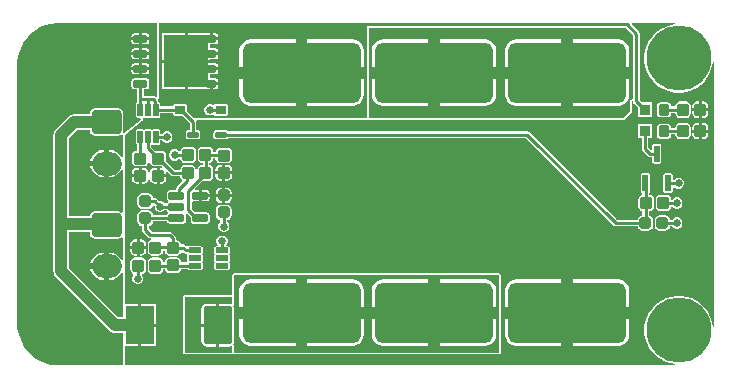
<source format=gbr>
%TF.GenerationSoftware,Altium Limited,Altium Designer,22.11.1 (43)*%
G04 Layer_Physical_Order=1*
G04 Layer_Color=255*
%FSLAX45Y45*%
%MOMM*%
%TF.SameCoordinates,F25CF00E-CD35-404E-9013-36C82019CF52*%
%TF.FilePolarity,Positive*%
%TF.FileFunction,Copper,L1,Top,Signal*%
%TF.Part,Single*%
G01*
G75*
%TA.AperFunction,SMDPad,CuDef*%
G04:AMPARAMS|DCode=10|XSize=0.75mm|YSize=0.9mm|CornerRadius=0.09375mm|HoleSize=0mm|Usage=FLASHONLY|Rotation=90.000|XOffset=0mm|YOffset=0mm|HoleType=Round|Shape=RoundedRectangle|*
%AMROUNDEDRECTD10*
21,1,0.75000,0.71250,0,0,90.0*
21,1,0.56250,0.90000,0,0,90.0*
1,1,0.18750,0.35625,0.28125*
1,1,0.18750,0.35625,-0.28125*
1,1,0.18750,-0.35625,-0.28125*
1,1,0.18750,-0.35625,0.28125*
%
%ADD10ROUNDEDRECTD10*%
G04:AMPARAMS|DCode=11|XSize=0.45mm|YSize=0.95mm|CornerRadius=0.05625mm|HoleSize=0mm|Usage=FLASHONLY|Rotation=270.000|XOffset=0mm|YOffset=0mm|HoleType=Round|Shape=RoundedRectangle|*
%AMROUNDEDRECTD11*
21,1,0.45000,0.83750,0,0,270.0*
21,1,0.33750,0.95000,0,0,270.0*
1,1,0.11250,-0.41875,-0.16875*
1,1,0.11250,-0.41875,0.16875*
1,1,0.11250,0.41875,0.16875*
1,1,0.11250,0.41875,-0.16875*
%
%ADD11ROUNDEDRECTD11*%
G04:AMPARAMS|DCode=12|XSize=5.1mm|YSize=10mm|CornerRadius=0.6375mm|HoleSize=0mm|Usage=FLASHONLY|Rotation=270.000|XOffset=0mm|YOffset=0mm|HoleType=Round|Shape=RoundedRectangle|*
%AMROUNDEDRECTD12*
21,1,5.10000,8.72500,0,0,270.0*
21,1,3.82500,10.00000,0,0,270.0*
1,1,1.27500,-4.36250,-1.91250*
1,1,1.27500,-4.36250,1.91250*
1,1,1.27500,4.36250,1.91250*
1,1,1.27500,4.36250,-1.91250*
%
%ADD12ROUNDEDRECTD12*%
G04:AMPARAMS|DCode=13|XSize=1.1mm|YSize=1mm|CornerRadius=0.25mm|HoleSize=0mm|Usage=FLASHONLY|Rotation=90.000|XOffset=0mm|YOffset=0mm|HoleType=Round|Shape=RoundedRectangle|*
%AMROUNDEDRECTD13*
21,1,1.10000,0.50000,0,0,90.0*
21,1,0.60000,1.00000,0,0,90.0*
1,1,0.50000,0.25000,0.30000*
1,1,0.50000,0.25000,-0.30000*
1,1,0.50000,-0.25000,-0.30000*
1,1,0.50000,-0.25000,0.30000*
%
%ADD13ROUNDEDRECTD13*%
G04:AMPARAMS|DCode=14|XSize=1.1mm|YSize=1mm|CornerRadius=0.25mm|HoleSize=0mm|Usage=FLASHONLY|Rotation=180.000|XOffset=0mm|YOffset=0mm|HoleType=Round|Shape=RoundedRectangle|*
%AMROUNDEDRECTD14*
21,1,1.10000,0.50000,0,0,180.0*
21,1,0.60000,1.00000,0,0,180.0*
1,1,0.50000,-0.30000,0.25000*
1,1,0.50000,0.30000,0.25000*
1,1,0.50000,0.30000,-0.25000*
1,1,0.50000,-0.30000,-0.25000*
%
%ADD14ROUNDEDRECTD14*%
G04:AMPARAMS|DCode=15|XSize=0.9mm|YSize=0.6mm|CornerRadius=0.075mm|HoleSize=0mm|Usage=FLASHONLY|Rotation=0.000|XOffset=0mm|YOffset=0mm|HoleType=Round|Shape=RoundedRectangle|*
%AMROUNDEDRECTD15*
21,1,0.90000,0.45000,0,0,0.0*
21,1,0.75000,0.60000,0,0,0.0*
1,1,0.15000,0.37500,-0.22500*
1,1,0.15000,-0.37500,-0.22500*
1,1,0.15000,-0.37500,0.22500*
1,1,0.15000,0.37500,0.22500*
%
%ADD15ROUNDEDRECTD15*%
%ADD16R,3.80000X4.40000*%
G04:AMPARAMS|DCode=17|XSize=1.2mm|YSize=0.6mm|CornerRadius=0.075mm|HoleSize=0mm|Usage=FLASHONLY|Rotation=0.000|XOffset=0mm|YOffset=0mm|HoleType=Round|Shape=RoundedRectangle|*
%AMROUNDEDRECTD17*
21,1,1.20000,0.45000,0,0,0.0*
21,1,1.05000,0.60000,0,0,0.0*
1,1,0.15000,0.52500,-0.22500*
1,1,0.15000,-0.52500,-0.22500*
1,1,0.15000,-0.52500,0.22500*
1,1,0.15000,0.52500,0.22500*
%
%ADD17ROUNDEDRECTD17*%
G04:AMPARAMS|DCode=18|XSize=3.3mm|YSize=2.45mm|CornerRadius=0.30625mm|HoleSize=0mm|Usage=FLASHONLY|Rotation=90.000|XOffset=0mm|YOffset=0mm|HoleType=Round|Shape=RoundedRectangle|*
%AMROUNDEDRECTD18*
21,1,3.30000,1.83750,0,0,90.0*
21,1,2.68750,2.45000,0,0,90.0*
1,1,0.61250,0.91875,1.34375*
1,1,0.61250,0.91875,-1.34375*
1,1,0.61250,-0.91875,-1.34375*
1,1,0.61250,-0.91875,1.34375*
%
%ADD18ROUNDEDRECTD18*%
%ADD19R,2.45000X3.30000*%
G04:AMPARAMS|DCode=20|XSize=0.95mm|YSize=0.9mm|CornerRadius=0.1125mm|HoleSize=0mm|Usage=FLASHONLY|Rotation=90.000|XOffset=0mm|YOffset=0mm|HoleType=Round|Shape=RoundedRectangle|*
%AMROUNDEDRECTD20*
21,1,0.95000,0.67500,0,0,90.0*
21,1,0.72500,0.90000,0,0,90.0*
1,1,0.22500,0.33750,0.36250*
1,1,0.22500,0.33750,-0.36250*
1,1,0.22500,-0.33750,-0.36250*
1,1,0.22500,-0.33750,0.36250*
%
%ADD20ROUNDEDRECTD20*%
%ADD21R,0.90000X0.95000*%
G04:AMPARAMS|DCode=22|XSize=1mm|YSize=1mm|CornerRadius=0.25mm|HoleSize=0mm|Usage=FLASHONLY|Rotation=0.000|XOffset=0mm|YOffset=0mm|HoleType=Round|Shape=RoundedRectangle|*
%AMROUNDEDRECTD22*
21,1,1.00000,0.50000,0,0,0.0*
21,1,0.50000,1.00000,0,0,0.0*
1,1,0.50000,0.25000,-0.25000*
1,1,0.50000,-0.25000,-0.25000*
1,1,0.50000,-0.25000,0.25000*
1,1,0.50000,0.25000,0.25000*
%
%ADD22ROUNDEDRECTD22*%
G04:AMPARAMS|DCode=23|XSize=1mm|YSize=1mm|CornerRadius=0.25mm|HoleSize=0mm|Usage=FLASHONLY|Rotation=90.000|XOffset=0mm|YOffset=0mm|HoleType=Round|Shape=RoundedRectangle|*
%AMROUNDEDRECTD23*
21,1,1.00000,0.50000,0,0,90.0*
21,1,0.50000,1.00000,0,0,90.0*
1,1,0.50000,0.25000,0.25000*
1,1,0.50000,0.25000,-0.25000*
1,1,0.50000,-0.25000,-0.25000*
1,1,0.50000,-0.25000,0.25000*
%
%ADD23ROUNDEDRECTD23*%
G04:AMPARAMS|DCode=24|XSize=0.45mm|YSize=1.05mm|CornerRadius=0.05625mm|HoleSize=0mm|Usage=FLASHONLY|Rotation=90.000|XOffset=0mm|YOffset=0mm|HoleType=Round|Shape=RoundedRectangle|*
%AMROUNDEDRECTD24*
21,1,0.45000,0.93750,0,0,90.0*
21,1,0.33750,1.05000,0,0,90.0*
1,1,0.11250,0.46875,0.16875*
1,1,0.11250,0.46875,-0.16875*
1,1,0.11250,-0.46875,-0.16875*
1,1,0.11250,-0.46875,0.16875*
%
%ADD24ROUNDEDRECTD24*%
G04:AMPARAMS|DCode=25|XSize=0.65mm|YSize=1.3mm|CornerRadius=0.08125mm|HoleSize=0mm|Usage=FLASHONLY|Rotation=90.000|XOffset=0mm|YOffset=0mm|HoleType=Round|Shape=RoundedRectangle|*
%AMROUNDEDRECTD25*
21,1,0.65000,1.13750,0,0,90.0*
21,1,0.48750,1.30000,0,0,90.0*
1,1,0.16250,0.56875,0.24375*
1,1,0.16250,0.56875,-0.24375*
1,1,0.16250,-0.56875,-0.24375*
1,1,0.16250,-0.56875,0.24375*
%
%ADD25ROUNDEDRECTD25*%
G04:AMPARAMS|DCode=26|XSize=0.5mm|YSize=1.4mm|CornerRadius=0.0625mm|HoleSize=0mm|Usage=FLASHONLY|Rotation=180.000|XOffset=0mm|YOffset=0mm|HoleType=Round|Shape=RoundedRectangle|*
%AMROUNDEDRECTD26*
21,1,0.50000,1.27500,0,0,180.0*
21,1,0.37500,1.40000,0,0,180.0*
1,1,0.12500,-0.18750,0.63750*
1,1,0.12500,0.18750,0.63750*
1,1,0.12500,0.18750,-0.63750*
1,1,0.12500,-0.18750,-0.63750*
%
%ADD26ROUNDEDRECTD26*%
G04:AMPARAMS|DCode=27|XSize=0.45mm|YSize=1.05mm|CornerRadius=0.05625mm|HoleSize=0mm|Usage=FLASHONLY|Rotation=180.000|XOffset=0mm|YOffset=0mm|HoleType=Round|Shape=RoundedRectangle|*
%AMROUNDEDRECTD27*
21,1,0.45000,0.93750,0,0,180.0*
21,1,0.33750,1.05000,0,0,180.0*
1,1,0.11250,-0.16875,0.46875*
1,1,0.11250,0.16875,0.46875*
1,1,0.11250,0.16875,-0.46875*
1,1,0.11250,-0.16875,-0.46875*
%
%ADD27ROUNDEDRECTD27*%
%TA.AperFunction,Conductor*%
%ADD28C,0.25000*%
%ADD29C,0.25400*%
%ADD30C,1.00000*%
%TA.AperFunction,ComponentPad*%
G04:AMPARAMS|DCode=31|XSize=2mm|YSize=2.5mm|CornerRadius=0.25mm|HoleSize=0mm|Usage=FLASHONLY|Rotation=270.000|XOffset=0mm|YOffset=0mm|HoleType=Round|Shape=RoundedRectangle|*
%AMROUNDEDRECTD31*
21,1,2.00000,2.00000,0,0,270.0*
21,1,1.50000,2.50000,0,0,270.0*
1,1,0.50000,-1.00000,-0.75000*
1,1,0.50000,-1.00000,0.75000*
1,1,0.50000,1.00000,0.75000*
1,1,0.50000,1.00000,-0.75000*
%
%ADD31ROUNDEDRECTD31*%
%ADD32O,2.50000X2.00000*%
%ADD33C,5.50000*%
%TA.AperFunction,ViaPad*%
%ADD34C,0.65000*%
%ADD35C,0.60000*%
G36*
X1234440Y2949022D02*
Y2324614D01*
X1225201Y2320787D01*
X1222382Y2323606D01*
X1213285Y2329684D01*
X1202555Y2331819D01*
X1120239D01*
Y2390419D01*
X1144700D01*
X1153479Y2392166D01*
X1160921Y2397139D01*
X1165894Y2404581D01*
X1167641Y2413360D01*
Y2458360D01*
X1165894Y2467139D01*
X1160921Y2474581D01*
X1153479Y2479554D01*
X1144700Y2481301D01*
X1039700D01*
X1030921Y2479554D01*
X1023479Y2474581D01*
X1018506Y2467139D01*
X1016759Y2458360D01*
Y2413360D01*
X1018506Y2404581D01*
X1023479Y2397139D01*
X1030921Y2392166D01*
X1039700Y2390419D01*
X1064161D01*
Y2279101D01*
X1060455Y2276625D01*
X1055897Y2269802D01*
X1054296Y2261755D01*
Y2168005D01*
X1055897Y2159958D01*
X1060455Y2153135D01*
X1067278Y2148577D01*
X1075325Y2146976D01*
X1092052D01*
X1098660Y2139558D01*
X1097299Y2131873D01*
X952502Y2017415D01*
X943550Y2023085D01*
X945964Y2035220D01*
Y2185220D01*
X942859Y2200827D01*
X934018Y2214059D01*
X920787Y2222899D01*
X905180Y2226004D01*
X705180D01*
X689573Y2222899D01*
X676342Y2214059D01*
X667501Y2200827D01*
X664396Y2185220D01*
Y2175781D01*
X527800D01*
X510832Y2173547D01*
X495020Y2166997D01*
X481442Y2156579D01*
X375282Y2050418D01*
X364863Y2036840D01*
X358313Y2021028D01*
X356079Y2004060D01*
Y1254760D01*
Y848360D01*
X358313Y831392D01*
X364863Y815580D01*
X375282Y802002D01*
X832481Y344802D01*
X846060Y334383D01*
X861872Y327833D01*
X878840Y325599D01*
X942340D01*
Y211160D01*
Y60979D01*
X932340Y50979D01*
X400000D01*
X377124D01*
X331762Y56950D01*
X287571Y68791D01*
X245301Y86301D01*
X205677Y109177D01*
X169380Y137029D01*
X137029Y169380D01*
X109177Y205677D01*
X86300Y245301D01*
X68792Y287570D01*
X56950Y331762D01*
X50979Y377124D01*
X50978Y400000D01*
X50979Y2600000D01*
Y2622876D01*
X56950Y2668237D01*
X68791Y2712429D01*
X86301Y2754699D01*
X109177Y2794323D01*
X137029Y2830620D01*
X169380Y2862971D01*
X205677Y2890823D01*
X245301Y2913699D01*
X287570Y2931208D01*
X331762Y2943049D01*
X377124Y2949021D01*
X400000Y2949022D01*
X1234440D01*
D02*
G37*
G36*
X5600000Y2949021D02*
X5620211D01*
X5620997Y2939021D01*
X5582091Y2932859D01*
X5538679Y2918753D01*
X5498007Y2898030D01*
X5461078Y2871199D01*
X5428800Y2838922D01*
X5401970Y2801993D01*
X5381247Y2761321D01*
X5367141Y2717908D01*
X5360000Y2672823D01*
Y2627177D01*
X5367141Y2582092D01*
X5381247Y2538679D01*
X5401970Y2498007D01*
X5428800Y2461078D01*
X5461078Y2428801D01*
X5498007Y2401970D01*
X5538679Y2381247D01*
X5582091Y2367141D01*
X5627176Y2360000D01*
X5672823D01*
X5717908Y2367141D01*
X5761321Y2381247D01*
X5801993Y2401970D01*
X5838922Y2428801D01*
X5871199Y2461078D01*
X5898030Y2498007D01*
X5918753Y2538679D01*
X5932859Y2582092D01*
X5939021Y2621000D01*
X5949021Y2620212D01*
X5949022Y2599999D01*
X5949021Y400000D01*
Y379788D01*
X5939021Y379001D01*
X5932859Y417908D01*
X5918753Y461321D01*
X5898030Y501993D01*
X5871199Y538922D01*
X5838922Y571200D01*
X5801993Y598030D01*
X5761321Y618753D01*
X5717908Y632859D01*
X5672823Y640000D01*
X5627176D01*
X5582091Y632859D01*
X5538679Y618753D01*
X5498007Y598030D01*
X5461078Y571200D01*
X5428800Y538922D01*
X5401970Y501993D01*
X5381247Y461321D01*
X5367141Y417908D01*
X5360000Y372823D01*
Y327177D01*
X5367141Y282092D01*
X5381247Y238679D01*
X5401970Y198007D01*
X5428800Y161078D01*
X5461078Y128801D01*
X5498007Y101970D01*
X5538679Y81247D01*
X5582091Y67141D01*
X5620999Y60979D01*
X5620212Y50979D01*
X1888037D01*
Y50978D01*
X963050Y50978D01*
X958576Y60979D01*
Y211160D01*
X1074620D01*
Y391160D01*
Y571160D01*
X958576D01*
Y833657D01*
X957580Y836061D01*
Y942979D01*
X958576Y945383D01*
Y1130136D01*
X958012Y1131498D01*
X958333Y1132937D01*
X957580Y1134121D01*
Y1344919D01*
X958333Y1346103D01*
X958012Y1347542D01*
X958576Y1348904D01*
Y1704357D01*
X957580Y1706761D01*
Y1813679D01*
X958576Y1816083D01*
Y2000836D01*
X962570Y2004677D01*
X1107367Y2119136D01*
X1110180Y2124174D01*
X1113286Y2129041D01*
X1114648Y2136725D01*
X1114430Y2137713D01*
X1114870Y2138623D01*
X1116915Y2147660D01*
X1125897Y2152067D01*
X1132278Y2148576D01*
X1140325Y2146976D01*
X1174075D01*
X1182122Y2148577D01*
X1189700Y2152722D01*
X1197278Y2148576D01*
X1205325Y2146976D01*
X1239075D01*
X1247122Y2148577D01*
X1253945Y2153135D01*
X1258503Y2159958D01*
X1260104Y2168005D01*
Y2186841D01*
X1367003D01*
Y2186755D01*
X1368894Y2177244D01*
X1374282Y2169182D01*
X1382344Y2163794D01*
X1391855Y2161902D01*
X1448305D01*
X1509881Y2100326D01*
Y2041964D01*
X1496045D01*
X1487998Y2040363D01*
X1481175Y2035805D01*
X1476617Y2028982D01*
X1475016Y2020935D01*
Y1987185D01*
X1476617Y1979138D01*
X1481175Y1972315D01*
X1487998Y1967757D01*
X1496045Y1966156D01*
X1579795D01*
X1587842Y1967757D01*
X1594665Y1972315D01*
X1599223Y1979138D01*
X1600824Y1987185D01*
Y2020935D01*
X1599223Y2028982D01*
X1594665Y2035805D01*
X1587842Y2040363D01*
X1579795Y2041964D01*
X1565959D01*
Y2111940D01*
X1564343Y2120064D01*
X1569995Y2130064D01*
X5183302D01*
X5252720Y2199483D01*
Y2286936D01*
X5262576Y2287281D01*
X5262577Y2287280D01*
X5264727Y2276472D01*
X5270849Y2267309D01*
X5303220Y2234938D01*
Y2152380D01*
X5423220D01*
Y2277380D01*
X5340661D01*
X5319063Y2298979D01*
Y2860040D01*
X5316913Y2870848D01*
X5310791Y2880011D01*
X5310790Y2880011D01*
X5252720Y2938081D01*
Y2949021D01*
X5600000D01*
D02*
G37*
G36*
X5262577Y2848342D02*
Y2303901D01*
X5262009Y2303507D01*
X5252153Y2303163D01*
X5246738Y2300695D01*
X5241239Y2298417D01*
X5241123Y2298136D01*
X5240845Y2298009D01*
X5238761Y2292434D01*
X5236484Y2286936D01*
Y2206208D01*
X5176576Y2146300D01*
X3026136D01*
Y2230120D01*
Y2909058D01*
X5201860D01*
X5262577Y2848342D01*
D02*
G37*
G36*
X3009900Y2909058D02*
Y2230120D01*
Y2146300D01*
X1543213D01*
X1487957Y2201555D01*
Y2243005D01*
X1486066Y2252516D01*
X1480678Y2260578D01*
X1472616Y2265966D01*
X1463105Y2267858D01*
X1391855D01*
X1382344Y2265966D01*
X1374282Y2260578D01*
X1368894Y2252516D01*
X1367003Y2243005D01*
Y2242919D01*
X1260104D01*
Y2261755D01*
X1258503Y2269802D01*
X1253945Y2276625D01*
X1247122Y2281183D01*
X1245239Y2281558D01*
Y2289135D01*
X1243104Y2299865D01*
X1241238Y2302658D01*
X1245921Y2313133D01*
X1247157Y2316117D01*
X1249440Y2318400D01*
Y2321630D01*
X1250676Y2324614D01*
Y2948940D01*
X3009900D01*
Y2909058D01*
D02*
G37*
G36*
X664396Y2035220D02*
X667501Y2019613D01*
X676342Y2006382D01*
X689573Y1997541D01*
X705180Y1994436D01*
X905180D01*
X920787Y1997541D01*
X932340Y2005260D01*
X938545Y2003365D01*
X942340Y2000836D01*
Y1816083D01*
X932105Y1814661D01*
X930632Y1818216D01*
X912199Y1842239D01*
X888176Y1860672D01*
X860201Y1872260D01*
X830180Y1876212D01*
D01*
Y1760220D01*
Y1644228D01*
X860201Y1648180D01*
X888176Y1659768D01*
X912199Y1678201D01*
X930632Y1702224D01*
X932105Y1705779D01*
X942340Y1704357D01*
Y1348904D01*
X939069Y1346608D01*
X933879Y1345139D01*
X931349Y1345142D01*
X920787Y1352199D01*
X905180Y1355304D01*
X705180D01*
X689573Y1352199D01*
X676342Y1343359D01*
X667501Y1330127D01*
X664603Y1315561D01*
X487201D01*
Y1976904D01*
X554956Y2044659D01*
X664396D01*
Y2035220D01*
D02*
G37*
G36*
Y1164520D02*
X667501Y1148913D01*
X676342Y1135681D01*
X689573Y1126841D01*
X705180Y1123736D01*
X905180D01*
X920787Y1126841D01*
X931349Y1133898D01*
X933879Y1133901D01*
X939069Y1132432D01*
X942340Y1130136D01*
Y945383D01*
X932105Y943961D01*
X930632Y947516D01*
X912199Y971539D01*
X888176Y989972D01*
X860201Y1001560D01*
X830180Y1005512D01*
X830180D01*
Y889520D01*
Y773528D01*
X830180D01*
X860201Y777480D01*
X888176Y789068D01*
X912199Y807501D01*
X930632Y831524D01*
X932105Y835079D01*
X942340Y833657D01*
Y571160D01*
Y456721D01*
X905996D01*
X487201Y875516D01*
Y1184439D01*
X664396D01*
Y1164520D01*
D02*
G37*
%LPC*%
G36*
X1144700Y2862300D02*
X1104700D01*
Y2829360D01*
X1167641D01*
Y2839360D01*
X1165894Y2848139D01*
X1160921Y2855581D01*
X1153479Y2860554D01*
X1144700Y2862300D01*
D02*
G37*
G36*
X1079700D02*
X1039700D01*
X1030921Y2860554D01*
X1023479Y2855581D01*
X1018506Y2848139D01*
X1016759Y2839360D01*
Y2829360D01*
X1079700D01*
Y2862300D01*
D02*
G37*
G36*
X1167641Y2804360D02*
X1104700D01*
Y2771419D01*
X1144700D01*
X1153479Y2773165D01*
X1160921Y2778138D01*
X1165894Y2785581D01*
X1167641Y2794360D01*
Y2804360D01*
D02*
G37*
G36*
X1079700D02*
X1016759D01*
Y2794360D01*
X1018506Y2785581D01*
X1023479Y2778138D01*
X1030921Y2773165D01*
X1039700Y2771419D01*
X1079700D01*
Y2804360D01*
D02*
G37*
G36*
X1144700Y2735301D02*
X1104700D01*
Y2702360D01*
X1167641D01*
Y2712360D01*
X1165894Y2721139D01*
X1160921Y2728581D01*
X1153479Y2733554D01*
X1144700Y2735301D01*
D02*
G37*
G36*
X1079700D02*
X1039700D01*
X1030921Y2733554D01*
X1023479Y2728581D01*
X1018506Y2721139D01*
X1016759Y2712360D01*
Y2702360D01*
X1079700D01*
Y2735301D01*
D02*
G37*
G36*
X1167641Y2677360D02*
X1104700D01*
Y2644419D01*
X1144700D01*
X1153479Y2646166D01*
X1160921Y2651139D01*
X1165894Y2658581D01*
X1167641Y2667360D01*
Y2677360D01*
D02*
G37*
G36*
X1079700D02*
X1016759D01*
Y2667360D01*
X1018506Y2658581D01*
X1023479Y2651139D01*
X1030921Y2646166D01*
X1039700Y2644419D01*
X1079700D01*
Y2677360D01*
D02*
G37*
G36*
X1144700Y2608301D02*
X1104700D01*
Y2575360D01*
X1167641D01*
Y2585360D01*
X1165894Y2594139D01*
X1160921Y2601581D01*
X1153479Y2606554D01*
X1144700Y2608301D01*
D02*
G37*
G36*
X1079700D02*
X1039700D01*
X1030921Y2606554D01*
X1023479Y2601581D01*
X1018506Y2594139D01*
X1016759Y2585360D01*
Y2575360D01*
X1079700D01*
Y2608301D01*
D02*
G37*
G36*
X1167641Y2550360D02*
X1104700D01*
Y2517419D01*
X1144700D01*
X1153479Y2519166D01*
X1160921Y2524139D01*
X1165894Y2531581D01*
X1167641Y2540360D01*
Y2550360D01*
D02*
G37*
G36*
X1079700D02*
X1016759D01*
Y2540360D01*
X1018506Y2531581D01*
X1023479Y2524139D01*
X1030921Y2519166D01*
X1039700Y2517419D01*
X1079700D01*
Y2550360D01*
D02*
G37*
G36*
X5711980Y2285663D02*
X5661980D01*
X5646373Y2282559D01*
X5633142Y2273718D01*
X5624301Y2260487D01*
X5621197Y2244880D01*
Y2242919D01*
X5583734D01*
Y2251130D01*
X5581697Y2261372D01*
X5575895Y2270055D01*
X5567212Y2275857D01*
X5556970Y2277894D01*
X5489470D01*
X5479228Y2275857D01*
X5470545Y2270055D01*
X5464743Y2261372D01*
X5462706Y2251130D01*
Y2178630D01*
X5464743Y2168388D01*
X5470545Y2159705D01*
X5479228Y2153903D01*
X5489470Y2151866D01*
X5556970D01*
X5567212Y2153903D01*
X5575895Y2159705D01*
X5581697Y2168388D01*
X5583734Y2178630D01*
Y2186841D01*
X5621197D01*
Y2184880D01*
X5624301Y2169273D01*
X5633142Y2156042D01*
X5646373Y2147201D01*
X5661980Y2144097D01*
X5711980D01*
X5727587Y2147201D01*
X5740818Y2156042D01*
X5749659Y2169273D01*
X5752763Y2184880D01*
Y2244880D01*
X5749659Y2260487D01*
X5740818Y2273718D01*
X5727587Y2282559D01*
X5711980Y2285663D01*
D02*
G37*
G36*
X5856980D02*
X5844480D01*
Y2227380D01*
X5897763D01*
Y2244880D01*
X5894659Y2260487D01*
X5885818Y2273718D01*
X5872587Y2282559D01*
X5856980Y2285663D01*
D02*
G37*
G36*
X5819480D02*
X5806980D01*
X5791373Y2282559D01*
X5778142Y2273718D01*
X5769301Y2260487D01*
X5766196Y2244880D01*
Y2227380D01*
X5819480D01*
Y2285663D01*
D02*
G37*
G36*
X5897763Y2202380D02*
X5844480D01*
Y2144097D01*
X5856980D01*
X5872587Y2147201D01*
X5885818Y2156042D01*
X5894659Y2169273D01*
X5897763Y2184880D01*
Y2202380D01*
D02*
G37*
G36*
X5819480D02*
X5766196D01*
Y2184880D01*
X5769301Y2169273D01*
X5778142Y2156042D01*
X5791373Y2147201D01*
X5806980Y2144097D01*
X5819480D01*
Y2202380D01*
D02*
G37*
G36*
X5711980Y2105323D02*
X5661980D01*
X5646373Y2102219D01*
X5633142Y2093378D01*
X5624301Y2080147D01*
X5621197Y2064540D01*
Y2062579D01*
X5584994D01*
Y2070790D01*
X5582957Y2081032D01*
X5577155Y2089715D01*
X5568472Y2095517D01*
X5558230Y2097554D01*
X5490730D01*
X5480488Y2095517D01*
X5471805Y2089715D01*
X5466003Y2081032D01*
X5463966Y2070790D01*
Y1998290D01*
X5466003Y1988048D01*
X5471805Y1979365D01*
X5480488Y1973563D01*
X5490730Y1971526D01*
X5558230D01*
X5568472Y1973563D01*
X5577155Y1979365D01*
X5582957Y1988048D01*
X5584994Y1998290D01*
Y2006501D01*
X5621197D01*
Y2004540D01*
X5624301Y1988933D01*
X5633142Y1975702D01*
X5646373Y1966861D01*
X5661980Y1963757D01*
X5711980D01*
X5727587Y1966861D01*
X5740818Y1975702D01*
X5749659Y1988933D01*
X5752763Y2004540D01*
Y2064540D01*
X5749659Y2080147D01*
X5740818Y2093378D01*
X5727587Y2102219D01*
X5711980Y2105323D01*
D02*
G37*
G36*
X5856980D02*
X5844480D01*
Y2047040D01*
X5897763D01*
Y2064540D01*
X5894659Y2080147D01*
X5885818Y2093378D01*
X5872587Y2102219D01*
X5856980Y2105323D01*
D02*
G37*
G36*
X5819480D02*
X5806980D01*
X5791373Y2102219D01*
X5778142Y2093378D01*
X5769301Y2080147D01*
X5766196Y2064540D01*
Y2047040D01*
X5819480D01*
Y2105323D01*
D02*
G37*
G36*
X1239075Y2052784D02*
X1205325D01*
X1197278Y2051183D01*
X1189700Y2047038D01*
X1182122Y2051184D01*
X1174075Y2052784D01*
X1140325D01*
X1132278Y2051183D01*
X1124700Y2047038D01*
X1117122Y2051184D01*
X1109075Y2052784D01*
X1075325D01*
X1067278Y2051183D01*
X1060455Y2046625D01*
X1055897Y2039802D01*
X1054296Y2031755D01*
Y1938005D01*
X1055897Y1929958D01*
X1060455Y1923135D01*
X1064161Y1920659D01*
Y1866723D01*
X1062200D01*
X1046593Y1863619D01*
X1033362Y1854778D01*
X1024521Y1841547D01*
X1021417Y1825940D01*
Y1775940D01*
X1024521Y1760333D01*
X1033362Y1747102D01*
X1046593Y1738261D01*
X1062200Y1735157D01*
X1122200D01*
X1137807Y1738261D01*
X1151038Y1747102D01*
X1159879Y1760333D01*
X1162032Y1771157D01*
X1172228D01*
X1174381Y1760333D01*
X1183222Y1747102D01*
X1196453Y1738261D01*
X1212060Y1735157D01*
X1272060D01*
X1272103Y1735165D01*
X1275622Y1731211D01*
X1273307Y1725046D01*
X1270678Y1721724D01*
X1254560D01*
Y1668440D01*
X1312843D01*
Y1680940D01*
X1312118Y1684587D01*
X1321334Y1689514D01*
X1351734Y1659114D01*
X1360830Y1653036D01*
X1371560Y1650901D01*
X1430137D01*
Y1648940D01*
X1433241Y1633333D01*
X1442082Y1620102D01*
X1445388Y1617893D01*
X1446368Y1607941D01*
X1402049Y1563621D01*
X1395971Y1554525D01*
X1393836Y1543795D01*
Y1536393D01*
X1340785D01*
X1331762Y1534598D01*
X1324113Y1529487D01*
X1319002Y1521838D01*
X1317207Y1512815D01*
Y1464065D01*
X1319002Y1455042D01*
X1324113Y1447393D01*
X1324770Y1446953D01*
Y1434927D01*
X1324113Y1434487D01*
X1319002Y1426838D01*
X1318037Y1421989D01*
X1299487D01*
X1286747Y1434729D01*
X1269288Y1441960D01*
X1251992D01*
X1235066Y1458886D01*
X1225970Y1464964D01*
X1215240Y1467098D01*
X1198516D01*
X1195519Y1482167D01*
X1186678Y1495398D01*
X1173447Y1504239D01*
X1157840Y1507343D01*
X1107840D01*
X1092233Y1504239D01*
X1079002Y1495398D01*
X1070161Y1482167D01*
X1067057Y1466560D01*
Y1416560D01*
X1070161Y1400953D01*
X1079002Y1387722D01*
X1092233Y1378881D01*
X1107840Y1375777D01*
X1157840D01*
X1173447Y1378881D01*
X1186678Y1387722D01*
X1195519Y1400953D01*
X1195891Y1402823D01*
X1205452Y1405803D01*
X1212340Y1400028D01*
Y1385012D01*
X1219571Y1367553D01*
X1232933Y1354191D01*
X1250392Y1346960D01*
X1269288D01*
X1286747Y1354191D01*
X1298467Y1365911D01*
X1317834D01*
X1319002Y1360042D01*
X1324113Y1352393D01*
X1324770Y1351953D01*
Y1339927D01*
X1324113Y1339488D01*
X1319002Y1331838D01*
X1317936Y1326479D01*
X1197645D01*
X1195519Y1337167D01*
X1186678Y1350398D01*
X1173447Y1359239D01*
X1157840Y1362343D01*
X1107840D01*
X1092233Y1359239D01*
X1079002Y1350398D01*
X1070161Y1337167D01*
X1067057Y1321560D01*
Y1271560D01*
X1070161Y1255953D01*
X1079002Y1242722D01*
X1092233Y1233881D01*
X1104801Y1231381D01*
Y1198880D01*
X1106936Y1188150D01*
X1113014Y1179054D01*
X1156194Y1135874D01*
X1165290Y1129796D01*
X1176020Y1127661D01*
X1181826D01*
X1182811Y1117661D01*
X1177973Y1116699D01*
X1164742Y1107858D01*
X1155901Y1094627D01*
X1152797Y1079020D01*
Y1019020D01*
X1155901Y1003413D01*
X1164742Y990182D01*
X1177973Y981341D01*
X1193580Y978237D01*
X1243580D01*
X1259187Y981341D01*
X1272418Y990182D01*
X1281259Y1003413D01*
X1284363Y1019020D01*
Y1021011D01*
X1297577D01*
Y1019080D01*
X1300681Y1003473D01*
X1309522Y990242D01*
X1322753Y981401D01*
X1338360Y978296D01*
X1398360D01*
X1413967Y981401D01*
X1427198Y990242D01*
X1436039Y1003473D01*
X1437043Y1008522D01*
X1447894Y1011814D01*
X1454414Y1005294D01*
X1463510Y999216D01*
X1474240Y997082D01*
X1482794D01*
X1488017Y987310D01*
X1486776Y985042D01*
X1485176Y976995D01*
Y943245D01*
X1486777Y935198D01*
X1488486Y932639D01*
X1483291Y922639D01*
X1439143D01*
Y924080D01*
X1436039Y939687D01*
X1427198Y952918D01*
X1413967Y961759D01*
X1398360Y964863D01*
X1338360D01*
X1322753Y961759D01*
X1309522Y952918D01*
X1300681Y939687D01*
X1297577Y924080D01*
Y922119D01*
X1284363D01*
Y924080D01*
X1281259Y939687D01*
X1272418Y952918D01*
X1259187Y961759D01*
X1243580Y964863D01*
X1193580D01*
X1177973Y961759D01*
X1164742Y952918D01*
X1155901Y939687D01*
X1152797Y924080D01*
Y864080D01*
X1155901Y848473D01*
X1164742Y835242D01*
X1177973Y826401D01*
X1193580Y823297D01*
X1243580D01*
X1259187Y826401D01*
X1272418Y835242D01*
X1281259Y848473D01*
X1284363Y864080D01*
Y866041D01*
X1299175D01*
X1300681Y858473D01*
X1309522Y845242D01*
X1322753Y836401D01*
X1338360Y833297D01*
X1398360D01*
X1413967Y836401D01*
X1427198Y845242D01*
X1436039Y858473D01*
X1437648Y866562D01*
X1489206D01*
X1491335Y863375D01*
X1498158Y858817D01*
X1506205Y857216D01*
X1599955D01*
X1608002Y858817D01*
X1614825Y863375D01*
X1619383Y870198D01*
X1620984Y878245D01*
Y911995D01*
X1619383Y920042D01*
X1614825Y926865D01*
Y928376D01*
X1619383Y935198D01*
X1620984Y943245D01*
Y976995D01*
X1619383Y985042D01*
X1615238Y992620D01*
X1619384Y1000198D01*
X1620984Y1008245D01*
Y1041995D01*
X1619383Y1050042D01*
X1614825Y1056865D01*
X1608002Y1061423D01*
X1599955Y1063024D01*
X1506205D01*
X1498158Y1061423D01*
X1491335Y1056865D01*
X1480503Y1058509D01*
X1470166Y1068846D01*
X1461070Y1074924D01*
X1450340Y1077059D01*
X1437556D01*
X1436039Y1084687D01*
X1427198Y1097918D01*
X1413967Y1106759D01*
X1398360Y1109863D01*
X1396399D01*
Y1128460D01*
X1394264Y1139190D01*
X1388186Y1148286D01*
X1360946Y1175526D01*
X1351850Y1181604D01*
X1341120Y1183739D01*
X1187634D01*
X1160879Y1210494D01*
Y1231381D01*
X1173447Y1233881D01*
X1186678Y1242722D01*
X1195519Y1255953D01*
X1198393Y1270402D01*
X1317936D01*
X1319002Y1265042D01*
X1324113Y1257393D01*
X1331762Y1252282D01*
X1340785Y1250487D01*
X1454535D01*
X1463558Y1252282D01*
X1471207Y1257393D01*
X1476318Y1265042D01*
X1478113Y1274065D01*
Y1322815D01*
X1476318Y1331838D01*
X1472997Y1336808D01*
X1480765Y1343182D01*
X1517207Y1306741D01*
Y1274065D01*
X1519002Y1265042D01*
X1524113Y1257393D01*
X1531762Y1252282D01*
X1540785Y1250487D01*
X1654535D01*
X1663558Y1252282D01*
X1671207Y1257393D01*
X1676318Y1265042D01*
X1678113Y1274065D01*
Y1322815D01*
X1676318Y1331838D01*
X1671207Y1339488D01*
X1663558Y1344599D01*
X1654535Y1346393D01*
X1556859D01*
X1526639Y1376614D01*
Y1434594D01*
X1536639Y1441312D01*
X1540785Y1440487D01*
X1585160D01*
Y1488440D01*
Y1536393D01*
X1558591D01*
X1554765Y1545632D01*
X1617289Y1608157D01*
X1665920D01*
X1681527Y1611261D01*
X1694758Y1620102D01*
X1703599Y1633333D01*
X1706703Y1648940D01*
Y1708940D01*
X1703599Y1724547D01*
X1694758Y1737778D01*
X1681527Y1746619D01*
X1674609Y1747995D01*
Y1762026D01*
X1682827Y1763661D01*
X1696058Y1772502D01*
X1704899Y1785733D01*
X1708003Y1801340D01*
Y1803331D01*
X1727537D01*
Y1801400D01*
X1730641Y1785793D01*
X1739482Y1772562D01*
X1752713Y1763721D01*
X1768320Y1760616D01*
X1828320D01*
X1843927Y1763721D01*
X1857158Y1772562D01*
X1865999Y1785793D01*
X1869103Y1801400D01*
Y1851400D01*
X1865999Y1867007D01*
X1857158Y1880238D01*
X1843927Y1889079D01*
X1828320Y1892183D01*
X1768320D01*
X1752713Y1889079D01*
X1739482Y1880238D01*
X1730641Y1867007D01*
X1729130Y1859409D01*
X1708003D01*
Y1861340D01*
X1704899Y1876947D01*
X1696058Y1890178D01*
X1682827Y1899019D01*
X1667220Y1902123D01*
X1617220D01*
X1601613Y1899019D01*
X1588382Y1890178D01*
X1579541Y1876947D01*
X1576437Y1861340D01*
Y1801340D01*
X1579541Y1785733D01*
X1588382Y1772502D01*
X1601613Y1763661D01*
X1617220Y1760557D01*
X1618531D01*
Y1749723D01*
X1615920D01*
X1600313Y1746619D01*
X1587082Y1737778D01*
X1578241Y1724547D01*
X1575137Y1708940D01*
Y1648940D01*
X1575145Y1648897D01*
X1571191Y1645378D01*
X1565026Y1647693D01*
X1561704Y1650322D01*
Y1708940D01*
X1558599Y1724547D01*
X1549758Y1737778D01*
X1536527Y1746619D01*
X1520920Y1749723D01*
X1470920D01*
X1455313Y1746619D01*
X1442082Y1737778D01*
X1433241Y1724547D01*
X1430137Y1708940D01*
Y1706979D01*
X1383174D01*
X1312843Y1777309D01*
Y1825940D01*
X1309739Y1841547D01*
X1300898Y1854778D01*
X1287667Y1863619D01*
X1272060Y1866723D01*
X1218429D01*
X1185239Y1899914D01*
Y1914594D01*
X1195010Y1919817D01*
X1197278Y1918576D01*
X1205325Y1916976D01*
X1239075D01*
X1247122Y1918577D01*
X1253945Y1923135D01*
X1258503Y1929958D01*
X1260104Y1938005D01*
Y1955701D01*
X1276583D01*
X1288813Y1943471D01*
X1306272Y1936240D01*
X1325168D01*
X1342627Y1943471D01*
X1355989Y1956833D01*
X1363220Y1974292D01*
Y1993188D01*
X1355989Y2010647D01*
X1342627Y2024009D01*
X1325168Y2031240D01*
X1306272D01*
X1288813Y2024009D01*
X1276583Y2011779D01*
X1260104D01*
Y2031755D01*
X1258503Y2039802D01*
X1253945Y2046625D01*
X1247122Y2051183D01*
X1239075Y2052784D01*
D02*
G37*
G36*
X5897763Y2022040D02*
X5844480D01*
Y1963757D01*
X5856980D01*
X5872587Y1966861D01*
X5885818Y1975702D01*
X5894659Y1988933D01*
X5897763Y2004540D01*
Y2022040D01*
D02*
G37*
G36*
X5819480D02*
X5766196D01*
Y2004540D01*
X5769301Y1988933D01*
X5778142Y1975702D01*
X5791373Y1966861D01*
X5806980Y1963757D01*
X5819480D01*
Y2022040D01*
D02*
G37*
G36*
X1522220Y1902123D02*
X1472220D01*
X1456613Y1899019D01*
X1443382Y1890178D01*
X1434541Y1876947D01*
X1431437Y1861340D01*
Y1859379D01*
X1420897D01*
X1408667Y1871609D01*
X1391208Y1878840D01*
X1372312D01*
X1354853Y1871609D01*
X1341491Y1858247D01*
X1334260Y1840788D01*
Y1821892D01*
X1341491Y1804433D01*
X1354853Y1791071D01*
X1372312Y1783840D01*
X1391208D01*
X1408667Y1791071D01*
X1420897Y1803301D01*
X1431437D01*
Y1801340D01*
X1434541Y1785733D01*
X1443382Y1772502D01*
X1456613Y1763661D01*
X1472220Y1760557D01*
X1522220D01*
X1537827Y1763661D01*
X1551058Y1772502D01*
X1559899Y1785733D01*
X1563003Y1801340D01*
Y1861340D01*
X1559899Y1876947D01*
X1551058Y1890178D01*
X1537827Y1899019D01*
X1522220Y1902123D01*
D02*
G37*
G36*
X5424480Y2097040D02*
X5304480D01*
Y1972040D01*
X5336237D01*
Y1884681D01*
X5336237Y1884680D01*
X5338387Y1873872D01*
X5344509Y1864709D01*
X5385149Y1824070D01*
X5385149Y1824069D01*
X5394312Y1817947D01*
X5405120Y1815797D01*
X5423124D01*
Y1780290D01*
X5424773Y1771999D01*
X5429470Y1764970D01*
X5436499Y1760273D01*
X5444790Y1758624D01*
X5482290D01*
X5490581Y1760273D01*
X5497610Y1764970D01*
X5502307Y1771999D01*
X5503956Y1780290D01*
Y1907790D01*
X5502307Y1916081D01*
X5497610Y1923110D01*
X5490581Y1927807D01*
X5482290Y1929456D01*
X5444790D01*
X5436499Y1927807D01*
X5429470Y1923110D01*
X5424773Y1916081D01*
X5423124Y1907790D01*
Y1880120D01*
X5413124Y1875978D01*
X5392723Y1896379D01*
Y1972040D01*
X5424480D01*
Y2097040D01*
D02*
G37*
G36*
X1828320Y1747183D02*
X1810820D01*
Y1693900D01*
X1869103D01*
Y1706400D01*
X1865999Y1722007D01*
X1857158Y1735238D01*
X1843927Y1744079D01*
X1828320Y1747183D01*
D02*
G37*
G36*
X1785820D02*
X1768320D01*
X1752713Y1744079D01*
X1739482Y1735238D01*
X1730641Y1722007D01*
X1727537Y1706400D01*
Y1693900D01*
X1785820D01*
Y1747183D01*
D02*
G37*
G36*
X1229560Y1721724D02*
X1212060D01*
X1196453Y1718619D01*
X1183222Y1709778D01*
X1174381Y1696547D01*
X1172228Y1685723D01*
X1162032D01*
X1159879Y1696547D01*
X1151038Y1709778D01*
X1137807Y1718619D01*
X1122200Y1721724D01*
X1104700D01*
Y1655940D01*
Y1590157D01*
X1122200D01*
X1137807Y1593261D01*
X1151038Y1602102D01*
X1159879Y1615333D01*
X1162032Y1626157D01*
X1172228D01*
X1174381Y1615333D01*
X1183222Y1602102D01*
X1196453Y1593261D01*
X1212060Y1590157D01*
X1229560D01*
Y1655940D01*
Y1721724D01*
D02*
G37*
G36*
X1079700D02*
X1062200D01*
X1046593Y1718619D01*
X1033362Y1709778D01*
X1024521Y1696547D01*
X1021417Y1680940D01*
Y1668440D01*
X1079700D01*
Y1721724D01*
D02*
G37*
G36*
X1869103Y1668900D02*
X1810820D01*
Y1615617D01*
X1828320D01*
X1843927Y1618721D01*
X1857158Y1627562D01*
X1865999Y1640793D01*
X1869103Y1656400D01*
Y1668900D01*
D02*
G37*
G36*
X1785820D02*
X1727537D01*
Y1656400D01*
X1730641Y1640793D01*
X1739482Y1627562D01*
X1752713Y1618721D01*
X1768320Y1615617D01*
X1785820D01*
Y1668900D01*
D02*
G37*
G36*
X1312843Y1643440D02*
X1254560D01*
Y1590157D01*
X1272060D01*
X1287667Y1593261D01*
X1300898Y1602102D01*
X1309739Y1615333D01*
X1312843Y1630940D01*
Y1643440D01*
D02*
G37*
G36*
X1079700D02*
X1021417D01*
Y1630940D01*
X1024521Y1615333D01*
X1033362Y1602102D01*
X1046593Y1593261D01*
X1062200Y1590157D01*
X1079700D01*
Y1643440D01*
D02*
G37*
G36*
X5577290Y1679456D02*
X5539790D01*
X5531499Y1677807D01*
X5524470Y1673110D01*
X5519773Y1666081D01*
X5518124Y1657790D01*
Y1530290D01*
X5519773Y1521999D01*
X5524470Y1514970D01*
X5531499Y1510273D01*
X5539790Y1508624D01*
X5577290D01*
X5585581Y1510273D01*
X5592610Y1514970D01*
X5597307Y1521999D01*
X5598956Y1530290D01*
Y1565033D01*
X5608956Y1565408D01*
X5622053Y1552311D01*
X5639512Y1545080D01*
X5658408D01*
X5675867Y1552311D01*
X5689229Y1565673D01*
X5696460Y1583132D01*
Y1602028D01*
X5689229Y1619487D01*
X5675867Y1632849D01*
X5658408Y1640080D01*
X5639512D01*
X5622053Y1632849D01*
X5611283Y1622079D01*
X5598956D01*
Y1657790D01*
X5597307Y1666081D01*
X5592610Y1673110D01*
X5585581Y1677807D01*
X5577290Y1679456D01*
D02*
G37*
G36*
X1823320Y1556723D02*
X1810820D01*
Y1503440D01*
X1864103D01*
Y1515940D01*
X1860999Y1531547D01*
X1852158Y1544778D01*
X1838927Y1553619D01*
X1823320Y1556723D01*
D02*
G37*
G36*
X1785820D02*
X1773320D01*
X1757713Y1553619D01*
X1744482Y1544778D01*
X1735641Y1531547D01*
X1732537Y1515940D01*
Y1503440D01*
X1785820D01*
Y1556723D01*
D02*
G37*
G36*
X1654535Y1536393D02*
X1610160D01*
Y1500940D01*
X1678113D01*
Y1512815D01*
X1676318Y1521838D01*
X1671207Y1529487D01*
X1663558Y1534598D01*
X1654535Y1536393D01*
D02*
G37*
G36*
X1678113Y1475940D02*
X1610160D01*
Y1440487D01*
X1654535D01*
X1663558Y1442282D01*
X1671207Y1447393D01*
X1676318Y1455042D01*
X1678113Y1464065D01*
Y1475940D01*
D02*
G37*
G36*
X1864103Y1478440D02*
X1810820D01*
Y1425156D01*
X1823320D01*
X1838927Y1428261D01*
X1852158Y1437102D01*
X1860999Y1450333D01*
X1864103Y1465940D01*
Y1478440D01*
D02*
G37*
G36*
X1785820D02*
X1732537D01*
Y1465940D01*
X1735641Y1450333D01*
X1744482Y1437102D01*
X1757713Y1428261D01*
X1773320Y1425156D01*
X1785820D01*
Y1478440D01*
D02*
G37*
G36*
X5544560Y1495723D02*
X5494560D01*
X5478953Y1492619D01*
X5465722Y1483778D01*
X5456881Y1470547D01*
X5453776Y1454940D01*
Y1394940D01*
X5456881Y1379333D01*
X5465722Y1366102D01*
X5478953Y1357261D01*
X5494560Y1354157D01*
X5544560D01*
X5560167Y1357261D01*
X5573398Y1366102D01*
X5582239Y1379333D01*
X5585343Y1394940D01*
Y1395066D01*
X5595343Y1396141D01*
X5606813Y1384671D01*
X5624272Y1377440D01*
X5643168D01*
X5660627Y1384671D01*
X5673989Y1398033D01*
X5681220Y1415492D01*
Y1434388D01*
X5673989Y1451847D01*
X5660627Y1465209D01*
X5643168Y1472440D01*
X5624272D01*
X5606813Y1465209D01*
X5595343Y1453739D01*
X5585343Y1454814D01*
Y1454940D01*
X5582239Y1470547D01*
X5573398Y1483778D01*
X5560167Y1492619D01*
X5544560Y1495723D01*
D02*
G37*
G36*
X5537060Y1323083D02*
X5487060D01*
X5471453Y1319979D01*
X5458222Y1311138D01*
X5449381Y1297907D01*
X5446277Y1282300D01*
Y1232300D01*
X5449381Y1216693D01*
X5458222Y1203462D01*
X5471453Y1194621D01*
X5487060Y1191517D01*
X5537060D01*
X5552667Y1194621D01*
X5565898Y1203462D01*
X5574739Y1216693D01*
X5577239Y1229261D01*
X5594583D01*
X5606813Y1217031D01*
X5624272Y1209800D01*
X5643168D01*
X5660627Y1217031D01*
X5673989Y1230393D01*
X5681220Y1247852D01*
Y1266748D01*
X5673989Y1284207D01*
X5660627Y1297569D01*
X5643168Y1304800D01*
X5624272D01*
X5606813Y1297569D01*
X5594583Y1285339D01*
X5577239D01*
X5574739Y1297907D01*
X5565898Y1311138D01*
X5552667Y1319979D01*
X5537060Y1323083D01*
D02*
G37*
G36*
X1814795Y2041964D02*
X1731045D01*
X1722998Y2040363D01*
X1716175Y2035805D01*
X1711617Y2028982D01*
X1710016Y2020935D01*
Y1987185D01*
X1711617Y1979138D01*
X1716175Y1972315D01*
X1722998Y1967757D01*
X1731045Y1966156D01*
X1814795D01*
X1822842Y1967757D01*
X1829665Y1972315D01*
X1832141Y1976022D01*
X4357186D01*
X5095734Y1237474D01*
X5104830Y1231395D01*
X5115560Y1229261D01*
X5115561Y1229261D01*
X5301881D01*
X5304381Y1216693D01*
X5313222Y1203462D01*
X5326453Y1194621D01*
X5342060Y1191517D01*
X5392060D01*
X5407667Y1194621D01*
X5420898Y1203462D01*
X5429739Y1216693D01*
X5432844Y1232300D01*
Y1282300D01*
X5429739Y1297907D01*
X5420898Y1311138D01*
X5407667Y1319979D01*
X5397599Y1321982D01*
Y1354157D01*
X5399560D01*
X5415167Y1357261D01*
X5428398Y1366102D01*
X5437239Y1379333D01*
X5440343Y1394940D01*
Y1454940D01*
X5437239Y1470547D01*
X5428398Y1483778D01*
X5415167Y1492619D01*
X5399560Y1495723D01*
X5397089D01*
Y1511280D01*
X5402610Y1514970D01*
X5407307Y1521999D01*
X5408956Y1530290D01*
Y1657790D01*
X5407307Y1666081D01*
X5402610Y1673110D01*
X5395581Y1677807D01*
X5387290Y1679456D01*
X5349790D01*
X5341499Y1677807D01*
X5334470Y1673110D01*
X5329773Y1666081D01*
X5328124Y1657790D01*
Y1530290D01*
X5329773Y1521999D01*
X5334470Y1514970D01*
X5341011Y1510599D01*
Y1494023D01*
X5333953Y1492619D01*
X5320722Y1483778D01*
X5311881Y1470547D01*
X5308777Y1454940D01*
Y1394940D01*
X5311881Y1379333D01*
X5320722Y1366102D01*
X5333953Y1357261D01*
X5341521Y1355755D01*
Y1322976D01*
X5326453Y1319979D01*
X5313222Y1311138D01*
X5304381Y1297907D01*
X5301881Y1285339D01*
X5127174D01*
X4388626Y2023886D01*
X4379529Y2029964D01*
X4368799Y2032099D01*
X1832141D01*
X1829665Y2035805D01*
X1822842Y2040363D01*
X1814795Y2041964D01*
D02*
G37*
G36*
X1823320Y1411723D02*
X1773320D01*
X1757713Y1408619D01*
X1744482Y1399778D01*
X1735641Y1386547D01*
X1732537Y1370940D01*
Y1320940D01*
X1735641Y1305333D01*
X1744482Y1292102D01*
X1757713Y1283261D01*
X1770281Y1280761D01*
Y1265957D01*
X1758051Y1253727D01*
X1750820Y1236268D01*
Y1217372D01*
X1758051Y1199913D01*
X1771413Y1186551D01*
X1788872Y1179320D01*
X1807768D01*
X1825227Y1186551D01*
X1838589Y1199913D01*
X1845820Y1217372D01*
Y1236268D01*
X1838589Y1253727D01*
X1826359Y1265957D01*
Y1280761D01*
X1838927Y1283261D01*
X1852158Y1292102D01*
X1860999Y1305333D01*
X1864103Y1320940D01*
Y1370940D01*
X1860999Y1386547D01*
X1852158Y1399778D01*
X1838927Y1408619D01*
X1823320Y1411723D01*
D02*
G37*
G36*
X1098580Y1119803D02*
X1086080D01*
Y1061520D01*
X1139363D01*
Y1079020D01*
X1136259Y1094627D01*
X1127418Y1107858D01*
X1114187Y1116699D01*
X1098580Y1119803D01*
D02*
G37*
G36*
X1061080D02*
X1048580D01*
X1032973Y1116699D01*
X1019742Y1107858D01*
X1010901Y1094627D01*
X1007797Y1079020D01*
Y1061520D01*
X1061080D01*
Y1119803D01*
D02*
G37*
G36*
X1139363Y1036520D02*
X1086080D01*
Y978237D01*
X1098580D01*
X1114187Y981341D01*
X1127418Y990182D01*
X1136259Y1003413D01*
X1139363Y1019020D01*
Y1036520D01*
D02*
G37*
G36*
X1061080D02*
X1007797D01*
Y1019020D01*
X1010901Y1003413D01*
X1019742Y990182D01*
X1032973Y981341D01*
X1048580Y978237D01*
X1061080D01*
Y1036520D01*
D02*
G37*
G36*
X1792528Y1149860D02*
X1773632D01*
X1756173Y1142629D01*
X1742811Y1129267D01*
X1735580Y1111808D01*
Y1092912D01*
X1742811Y1075453D01*
X1745241Y1073024D01*
X1741098Y1063024D01*
X1736205D01*
X1728158Y1061423D01*
X1721335Y1056865D01*
X1716777Y1050042D01*
X1715176Y1041995D01*
Y1008245D01*
X1716777Y1000198D01*
X1720922Y992620D01*
X1716776Y985042D01*
X1715176Y976995D01*
Y943245D01*
X1716777Y935198D01*
X1721335Y928376D01*
Y926865D01*
X1716777Y920042D01*
X1715176Y911995D01*
Y878245D01*
X1716777Y870198D01*
X1721335Y863375D01*
X1728158Y858817D01*
X1736205Y857216D01*
X1829955D01*
X1838002Y858817D01*
X1844825Y863375D01*
X1849383Y870198D01*
X1850984Y878245D01*
Y911995D01*
X1849383Y920042D01*
X1844825Y926865D01*
Y928376D01*
X1849383Y935198D01*
X1850984Y943245D01*
Y976995D01*
X1849383Y985042D01*
X1845238Y992620D01*
X1849384Y1000198D01*
X1850984Y1008245D01*
Y1041995D01*
X1849383Y1050042D01*
X1844825Y1056865D01*
X1838002Y1061423D01*
X1829955Y1063024D01*
X1825062D01*
X1820919Y1073024D01*
X1823349Y1075453D01*
X1830580Y1092912D01*
Y1111808D01*
X1823349Y1129267D01*
X1809987Y1142629D01*
X1792528Y1149860D01*
D02*
G37*
G36*
X1098580Y964863D02*
X1048580D01*
X1032973Y961759D01*
X1019742Y952918D01*
X1010901Y939687D01*
X1007797Y924080D01*
Y864080D01*
X1010901Y848473D01*
X1019742Y835242D01*
X1030929Y827767D01*
X1033271Y819558D01*
X1033421Y816116D01*
X1029071Y811767D01*
X1021840Y794308D01*
Y775412D01*
X1029071Y757953D01*
X1042433Y744591D01*
X1059892Y737360D01*
X1078788D01*
X1096247Y744591D01*
X1109609Y757953D01*
X1116840Y775412D01*
Y794308D01*
X1109609Y811767D01*
X1106666Y814709D01*
X1109958Y825560D01*
X1114187Y826401D01*
X1127418Y835242D01*
X1136259Y848473D01*
X1139363Y864080D01*
Y924080D01*
X1136259Y939687D01*
X1127418Y952918D01*
X1114187Y961759D01*
X1098580Y964863D01*
D02*
G37*
G36*
X5142870Y778606D02*
X4756620D01*
Y547840D01*
X5232386D01*
Y689090D01*
X5229335Y712258D01*
X5220393Y733848D01*
X5206167Y752387D01*
X5187628Y766613D01*
X5166038Y775555D01*
X5142870Y778606D01*
D02*
G37*
G36*
X4656620D02*
X4270370D01*
X4247202Y775555D01*
X4225612Y766613D01*
X4207073Y752387D01*
X4192847Y733848D01*
X4183905Y712258D01*
X4180854Y689090D01*
Y547840D01*
X4656620D01*
Y778606D01*
D02*
G37*
G36*
X1224620Y571160D02*
X1099620D01*
Y403660D01*
X1224620D01*
Y571160D01*
D02*
G37*
G36*
X5232386Y447840D02*
X4756620D01*
Y217074D01*
X5142870D01*
X5166038Y220125D01*
X5187628Y229067D01*
X5206167Y243293D01*
X5220393Y261832D01*
X5229335Y283422D01*
X5232386Y306590D01*
Y447840D01*
D02*
G37*
G36*
X4656620D02*
X4180854D01*
Y306590D01*
X4183905Y283422D01*
X4192847Y261832D01*
X4207073Y243293D01*
X4225612Y229067D01*
X4247202Y220125D01*
X4270370Y217074D01*
X4656620D01*
Y447840D01*
D02*
G37*
G36*
X1224620Y378660D02*
X1099620D01*
Y211160D01*
X1224620D01*
Y378660D01*
D02*
G37*
G36*
X4127500Y831576D02*
X1891266D01*
X1888282Y830340D01*
X1885052Y830340D01*
X1882771Y829395D01*
D01*
X1882769Y829394D01*
X1880486Y827111D01*
X1879786Y826821D01*
X1879496Y826120D01*
X1877257Y823882D01*
X1876557Y823591D01*
X1876267Y822891D01*
X1873984Y820608D01*
X1873038Y818325D01*
X1873037Y815095D01*
X1871801Y812111D01*
Y649385D01*
X1870464Y646156D01*
X1468120D01*
X1456639Y641401D01*
X1451884Y629920D01*
Y160020D01*
X1456639Y148539D01*
X1468120Y143784D01*
X1871801D01*
X1879087Y146802D01*
X1880673Y146004D01*
X1880850Y146080D01*
X1881493Y145733D01*
X1885492Y145323D01*
X1889206Y143784D01*
X4127500D01*
X4138981Y148539D01*
X4143736Y160020D01*
Y815340D01*
X4138981Y826821D01*
X4127500Y831576D01*
D02*
G37*
%LPD*%
G36*
X1871801Y570781D02*
X1870742Y569714D01*
X1867388Y567667D01*
X1859043Y567279D01*
X1857197Y568513D01*
X1839395Y572054D01*
X1760020D01*
Y391160D01*
Y210266D01*
X1839395D01*
X1857197Y213807D01*
X1859043Y215041D01*
X1867384Y214655D01*
X1870743Y212605D01*
X1871801Y211539D01*
Y160020D01*
X1468120D01*
Y629920D01*
X1871801D01*
Y570781D01*
D02*
G37*
G36*
X4127500Y160020D02*
X1889206D01*
X1888037Y160651D01*
Y211539D01*
X1886384Y215530D01*
X1886524Y216423D01*
X1885352Y218030D01*
X1883323Y222978D01*
X1882265Y224044D01*
X1879950Y231355D01*
X1880744Y236545D01*
X1882373Y238983D01*
X1885914Y256785D01*
Y525535D01*
X1882373Y543337D01*
X1880744Y545775D01*
X1879950Y550964D01*
X1882262Y558274D01*
X1883322Y559341D01*
X1885353Y564293D01*
X1886523Y565897D01*
X1886383Y566787D01*
X1888037Y570781D01*
Y629920D01*
X1884675Y638038D01*
X1888037Y646156D01*
Y812111D01*
X1888983Y814394D01*
X1891266Y815340D01*
X4127500D01*
Y160020D01*
D02*
G37*
%LPC*%
G36*
X1735020Y572054D02*
X1655645D01*
X1637843Y568513D01*
X1622751Y558429D01*
X1612667Y543337D01*
X1609126Y525535D01*
Y403660D01*
X1735020D01*
Y572054D01*
D02*
G37*
G36*
Y378660D02*
X1609126D01*
Y256785D01*
X1612667Y238983D01*
X1622751Y223891D01*
X1637843Y213807D01*
X1655645Y210266D01*
X1735020D01*
Y378660D01*
D02*
G37*
G36*
X4015110Y778606D02*
X3628860D01*
Y547840D01*
X4104626D01*
Y689090D01*
X4101575Y712258D01*
X4092633Y733848D01*
X4078407Y752387D01*
X4059868Y766613D01*
X4038278Y775555D01*
X4015110Y778606D01*
D02*
G37*
G36*
X2892430D02*
X2506180D01*
Y547840D01*
X2981946D01*
Y689090D01*
X2978895Y712258D01*
X2969953Y733848D01*
X2955727Y752387D01*
X2937188Y766613D01*
X2915598Y775555D01*
X2892430Y778606D01*
D02*
G37*
G36*
X2406180D02*
X2019930D01*
X1996762Y775555D01*
X1975172Y766613D01*
X1956633Y752387D01*
X1942407Y733848D01*
X1933465Y712258D01*
X1930414Y689090D01*
Y547840D01*
X2406180D01*
Y778606D01*
D02*
G37*
G36*
X3528860D02*
X3142610D01*
X3119442Y775555D01*
X3097852Y766613D01*
X3079313Y752387D01*
X3065087Y733848D01*
X3056145Y712258D01*
X3053094Y689090D01*
Y547840D01*
X3528860D01*
Y778606D01*
D02*
G37*
G36*
X4104626Y447840D02*
X3628860D01*
Y217074D01*
X4015110D01*
X4038278Y220125D01*
X4059868Y229067D01*
X4078407Y243293D01*
X4092633Y261832D01*
X4101575Y283422D01*
X4104626Y306590D01*
Y447840D01*
D02*
G37*
G36*
X3528860D02*
X3053094D01*
Y306590D01*
X3056145Y283422D01*
X3065087Y261832D01*
X3079313Y243293D01*
X3097852Y229067D01*
X3119442Y220125D01*
X3142610Y217074D01*
X3528860D01*
Y447840D01*
D02*
G37*
G36*
X2981946D02*
X2506180D01*
Y217074D01*
X2892430D01*
X2915598Y220125D01*
X2937188Y229067D01*
X2955727Y243293D01*
X2969953Y261832D01*
X2978895Y283422D01*
X2981946Y306590D01*
Y447840D01*
D02*
G37*
G36*
X2406180D02*
X1930414D01*
Y306590D01*
X1933465Y283422D01*
X1942407Y261832D01*
X1956633Y243293D01*
X1975172Y229067D01*
X1996762Y220125D01*
X2019930Y217074D01*
X2406180D01*
Y447840D01*
D02*
G37*
G36*
X4015110Y2810606D02*
X3628860D01*
Y2579840D01*
X4104626D01*
Y2721090D01*
X4101575Y2744258D01*
X4092633Y2765848D01*
X4078407Y2784387D01*
X4059868Y2798613D01*
X4038278Y2807555D01*
X4015110Y2810606D01*
D02*
G37*
G36*
X5142870D02*
X4756620D01*
Y2579840D01*
X5232386D01*
Y2721090D01*
X5229335Y2744258D01*
X5220393Y2765848D01*
X5206167Y2784387D01*
X5187628Y2798613D01*
X5166038Y2807555D01*
X5142870Y2810606D01*
D02*
G37*
G36*
X4656620D02*
X4270370D01*
X4247202Y2807555D01*
X4225612Y2798613D01*
X4207073Y2784387D01*
X4192847Y2765848D01*
X4183905Y2744258D01*
X4180854Y2721090D01*
Y2579840D01*
X4656620D01*
Y2810606D01*
D02*
G37*
G36*
X3528860D02*
X3142610D01*
X3119442Y2807555D01*
X3097852Y2798613D01*
X3079313Y2784387D01*
X3065087Y2765848D01*
X3056145Y2744258D01*
X3053094Y2721090D01*
Y2579840D01*
X3528860D01*
Y2810606D01*
D02*
G37*
G36*
X5232386Y2479840D02*
X4756620D01*
Y2249074D01*
X5142870D01*
X5166038Y2252125D01*
X5187628Y2261067D01*
X5206167Y2275293D01*
X5220393Y2293832D01*
X5229335Y2315422D01*
X5232386Y2338590D01*
Y2479840D01*
D02*
G37*
G36*
X4656620D02*
X4180854D01*
Y2338590D01*
X4183905Y2315422D01*
X4192847Y2293832D01*
X4207073Y2275293D01*
X4225612Y2261067D01*
X4247202Y2252125D01*
X4270370Y2249074D01*
X4656620D01*
Y2479840D01*
D02*
G37*
G36*
X4104626D02*
X3628860D01*
Y2249074D01*
X4015110D01*
X4038278Y2252125D01*
X4059868Y2261067D01*
X4078407Y2275293D01*
X4092633Y2293832D01*
X4101575Y2315422D01*
X4104626Y2338590D01*
Y2479840D01*
D02*
G37*
G36*
X3528860D02*
X3053094D01*
Y2338590D01*
X3056145Y2315422D01*
X3065087Y2293832D01*
X3079313Y2275293D01*
X3097852Y2261067D01*
X3119442Y2252125D01*
X3142610Y2249074D01*
X3528860D01*
Y2479840D01*
D02*
G37*
G36*
X1729700Y2862300D02*
X1704700D01*
Y2829360D01*
X1752641D01*
Y2839360D01*
X1750894Y2848139D01*
X1745921Y2855581D01*
X1738479Y2860554D01*
X1729700Y2862300D01*
D02*
G37*
G36*
X1679700D02*
X1654700D01*
X1649971Y2861360D01*
X1491060D01*
Y2638860D01*
X1683560D01*
Y2644419D01*
X1729700D01*
X1738479Y2646165D01*
X1745921Y2651138D01*
X1750894Y2658581D01*
X1752641Y2667360D01*
Y2677360D01*
X1692200D01*
Y2702360D01*
X1752641D01*
Y2712360D01*
X1750894Y2721139D01*
X1745921Y2728581D01*
X1738479Y2733554D01*
X1729700Y2735300D01*
X1683560D01*
Y2771419D01*
X1729700D01*
X1738479Y2773165D01*
X1745921Y2778138D01*
X1750894Y2785581D01*
X1752641Y2794360D01*
Y2804360D01*
X1692200D01*
Y2816860D01*
X1679700D01*
Y2862300D01*
D02*
G37*
G36*
X1466060Y2861360D02*
X1273560D01*
Y2638860D01*
X1466060D01*
Y2861360D01*
D02*
G37*
G36*
X2892430Y2810606D02*
X2506180D01*
Y2579840D01*
X2981946D01*
Y2721090D01*
X2978895Y2744258D01*
X2969953Y2765848D01*
X2955727Y2784387D01*
X2937188Y2798613D01*
X2915598Y2807555D01*
X2892430Y2810606D01*
D02*
G37*
G36*
X2406180D02*
X2019930D01*
X1996762Y2807555D01*
X1975172Y2798613D01*
X1956633Y2784387D01*
X1942407Y2765848D01*
X1933465Y2744258D01*
X1930414Y2721090D01*
Y2579840D01*
X2406180D01*
Y2810606D01*
D02*
G37*
G36*
X1466060Y2613860D02*
X1273560D01*
Y2391360D01*
X1466060D01*
Y2613860D01*
D02*
G37*
G36*
X1752641Y2423360D02*
X1704700D01*
Y2390419D01*
X1729700D01*
X1738479Y2392165D01*
X1745921Y2397138D01*
X1750894Y2404581D01*
X1752641Y2413360D01*
Y2423360D01*
D02*
G37*
G36*
X1683560Y2613860D02*
X1491060D01*
Y2391360D01*
X1649971D01*
X1654700Y2390419D01*
X1679700D01*
Y2435860D01*
X1692200D01*
Y2448360D01*
X1752641D01*
Y2458360D01*
X1750894Y2467139D01*
X1745921Y2474581D01*
X1738479Y2479554D01*
X1729700Y2481300D01*
X1683560D01*
Y2517419D01*
X1729700D01*
X1738479Y2519165D01*
X1745921Y2524138D01*
X1750894Y2531581D01*
X1752641Y2540360D01*
Y2550360D01*
X1692200D01*
Y2575360D01*
X1752641D01*
Y2585360D01*
X1750894Y2594139D01*
X1745921Y2601581D01*
X1738479Y2606554D01*
X1729700Y2608300D01*
X1683560D01*
Y2613860D01*
D02*
G37*
G36*
X1808105Y2267858D02*
X1736855D01*
X1727345Y2265966D01*
X1719282Y2260578D01*
X1717390Y2257748D01*
X1705987Y2255180D01*
X1704825Y2255572D01*
X1688388Y2262380D01*
X1669492D01*
X1652033Y2255149D01*
X1638671Y2241787D01*
X1631440Y2224328D01*
Y2205432D01*
X1638671Y2187973D01*
X1652033Y2174611D01*
X1669492Y2167380D01*
X1688388D01*
X1704825Y2174188D01*
X1705987Y2174580D01*
X1717390Y2172012D01*
X1719282Y2169182D01*
X1727345Y2163794D01*
X1736855Y2161902D01*
X1808105D01*
X1817616Y2163794D01*
X1825678Y2169182D01*
X1831066Y2177244D01*
X1832957Y2186755D01*
Y2243005D01*
X1831066Y2252516D01*
X1825678Y2260578D01*
X1817616Y2265966D01*
X1808105Y2267858D01*
D02*
G37*
G36*
X2981946Y2479840D02*
X2506180D01*
Y2249074D01*
X2892430D01*
X2915598Y2252125D01*
X2937188Y2261067D01*
X2955727Y2275293D01*
X2969953Y2293832D01*
X2978895Y2315422D01*
X2981946Y2338590D01*
Y2479840D01*
D02*
G37*
G36*
X2406180D02*
X1930414D01*
Y2338590D01*
X1933465Y2315422D01*
X1942407Y2293832D01*
X1956633Y2275293D01*
X1975172Y2261067D01*
X1996762Y2252125D01*
X2019930Y2249074D01*
X2406180D01*
Y2479840D01*
D02*
G37*
G36*
X780180Y1876212D02*
X750159Y1872260D01*
X722184Y1860672D01*
X698161Y1842239D01*
X679728Y1818216D01*
X668140Y1790241D01*
X667479Y1785220D01*
X780180D01*
Y1876212D01*
D02*
G37*
G36*
Y1735220D02*
X667479D01*
X668140Y1730199D01*
X679728Y1702224D01*
X698161Y1678201D01*
X722184Y1659768D01*
X750159Y1648180D01*
X780180Y1644228D01*
D01*
Y1735220D01*
D02*
G37*
G36*
X780180Y1005512D02*
X750159Y1001560D01*
X722184Y989972D01*
X698161Y971539D01*
X679728Y947516D01*
X668140Y919541D01*
X667479Y914520D01*
X780180D01*
Y1005512D01*
D02*
G37*
G36*
Y864520D02*
X667479D01*
X668140Y859499D01*
X679728Y831524D01*
X698161Y807501D01*
X722184Y789068D01*
X750159Y777480D01*
X780180Y773528D01*
Y864520D01*
D02*
G37*
%LPD*%
D10*
X1427480Y2214880D02*
D03*
X1772480D02*
D03*
D11*
X1537920Y2004060D02*
D03*
X1772920D02*
D03*
D12*
X2456180Y497840D02*
D03*
Y2529840D02*
D03*
X3578860Y497840D02*
D03*
Y2529840D02*
D03*
X4706620Y497840D02*
D03*
Y2529840D02*
D03*
D13*
X1073580Y894080D02*
D03*
X1218580D02*
D03*
X1497220Y1831340D02*
D03*
X1642220D02*
D03*
X1640920Y1678940D02*
D03*
X1495920D02*
D03*
X1218580Y1049020D02*
D03*
X1073580D02*
D03*
X5686980Y2034540D02*
D03*
X5831980D02*
D03*
X5686980Y2214880D02*
D03*
X5831980D02*
D03*
X5519560Y1424940D02*
D03*
X5374560D02*
D03*
D14*
X1368360Y899080D02*
D03*
Y1044080D02*
D03*
X1242060Y1800940D02*
D03*
Y1655940D02*
D03*
X1798320Y1826400D02*
D03*
Y1681400D02*
D03*
X1092200Y1800940D02*
D03*
Y1655940D02*
D03*
D15*
X1692200Y2689860D02*
D03*
Y2816860D02*
D03*
Y2562860D02*
D03*
Y2435860D02*
D03*
D16*
X1478560Y2626360D02*
D03*
D17*
X1092200Y2689860D02*
D03*
Y2816860D02*
D03*
Y2435860D02*
D03*
Y2562860D02*
D03*
D18*
X1747520Y391160D02*
D03*
D19*
X1087120D02*
D03*
D20*
X5523220Y2214880D02*
D03*
X5524480Y2034540D02*
D03*
D21*
X5363220Y2214880D02*
D03*
X5364480Y2034540D02*
D03*
D22*
X1798320Y1345940D02*
D03*
Y1490940D02*
D03*
X1132840Y1441560D02*
D03*
Y1296560D02*
D03*
D23*
X5512060Y1257300D02*
D03*
X5367060D02*
D03*
D24*
X1783080Y1025120D02*
D03*
Y895120D02*
D03*
Y960120D02*
D03*
X1553080Y1025120D02*
D03*
Y960120D02*
D03*
Y895120D02*
D03*
D25*
X1597660Y1488440D02*
D03*
Y1298440D02*
D03*
X1397660Y1488440D02*
D03*
Y1393440D02*
D03*
Y1298440D02*
D03*
D26*
X5558540Y1594040D02*
D03*
X5368540D02*
D03*
X5463540Y1844040D02*
D03*
D27*
X1222200Y1984880D02*
D03*
X1157200D02*
D03*
X1092200D02*
D03*
X1157200Y2214880D02*
D03*
X1222200D02*
D03*
X1092200D02*
D03*
D28*
X1215240Y1439060D02*
X1259840Y1394460D01*
X1132840Y1439060D02*
X1215240D01*
X1131720Y1440180D02*
X1132840Y1439060D01*
X1537920Y2004060D02*
Y2111940D01*
X1434980Y2214880D02*
X1537920Y2111940D01*
X1427480Y2214880D02*
X1434980D01*
X1222200D02*
X1427480D01*
X1772920Y2004060D02*
X1772920Y2004060D01*
X4368799D01*
X5115560Y1257300D01*
X1678940Y2214880D02*
X1772480D01*
X1260350Y1393950D02*
X1397150D01*
X1259840Y1394460D02*
X1260350Y1393950D01*
X1798320Y1226820D02*
Y1348440D01*
X5524480Y2034540D02*
X5681980D01*
X5523220Y2214880D02*
X5681980D01*
X1401875Y1488440D02*
X1421875Y1508440D01*
Y1543795D02*
X1489165Y1611085D01*
Y1677185D02*
X1490920Y1678940D01*
X1397660Y1488440D02*
X1401875D01*
X1489165Y1611085D02*
Y1677185D01*
X1421875Y1508440D02*
Y1543795D01*
X5509560Y1257300D02*
X5633720D01*
X5524560Y1424940D02*
X5633720D01*
X5558540Y1594040D02*
X5647500D01*
X5648960Y1592580D01*
X5369050Y1425450D02*
Y1593530D01*
Y1425450D02*
X5369560Y1424940D01*
X5368540Y1594040D02*
X5369050Y1593530D01*
X5369560Y1257300D02*
Y1424940D01*
X5115560Y1257300D02*
X5369560D01*
X1783080Y1025120D02*
Y1102360D01*
X1223610Y1049050D02*
X1368390D01*
X1132840Y1198880D02*
Y1299060D01*
X1176020Y1155700D02*
X1341120D01*
X1132840Y1198880D02*
X1176020Y1155700D01*
X1341120D02*
X1368360Y1128460D01*
Y1049080D02*
Y1128460D01*
X1368390Y1049050D02*
X1368420Y1049020D01*
X1368360Y1049080D02*
X1368390Y1049050D01*
X1223580Y1049020D02*
X1223610Y1049050D01*
X1368420Y1049020D02*
X1450340D01*
X1474240Y1025120D01*
X1553080D01*
X1368880Y894600D02*
X1552560D01*
X1368360Y894080D02*
X1368880Y894600D01*
X1552560D02*
X1553080Y895120D01*
X1223580Y894080D02*
X1368360D01*
X1068580Y785620D02*
Y894080D01*
Y785620D02*
X1069340Y784860D01*
X1133460Y1298440D02*
X1397660D01*
X1132840Y1299060D02*
X1133460Y1298440D01*
X1397150Y1393950D02*
X1397660Y1393440D01*
X1498600Y1365000D02*
Y1529120D01*
Y1365000D02*
X1565160Y1298440D01*
X1498600Y1529120D02*
X1645920Y1676440D01*
Y1678940D01*
X1242060Y1805940D02*
X1244560D01*
X1239560D02*
X1242060D01*
X1244560D02*
X1371560Y1678940D01*
X1490920D01*
X1646570Y1830690D02*
X1647250Y1831370D01*
X1798290D02*
X1798320Y1831400D01*
X1647250Y1831370D02*
X1798290D01*
X1157200Y1888300D02*
X1239560Y1805940D01*
X1645920Y1678940D02*
X1646570Y1679590D01*
Y1830690D01*
X1381760Y1831340D02*
X1492220D01*
X1157200Y1888300D02*
Y1984880D01*
X1092200Y1805940D02*
Y1984880D01*
X1222200D02*
X1223340Y1983740D01*
X1315720D01*
X1148648Y2303780D02*
X1202555D01*
X1094740D02*
X1148648D01*
X1157200Y2214880D02*
Y2295228D01*
X1148648Y2303780D02*
X1157200Y2295228D01*
X1092200Y2306320D02*
Y2435860D01*
Y2237740D02*
Y2306320D01*
X1202555Y2303780D02*
X1217200Y2289135D01*
X1092200Y2306320D02*
X1094740Y2303780D01*
X1217200Y2219880D02*
Y2289135D01*
Y2219880D02*
X1222200Y2214880D01*
Y2240280D01*
X1092200Y2214880D02*
Y2237740D01*
X1094740Y2240280D01*
X3578860Y2529840D02*
X3660140D01*
X2456180Y497840D02*
X2529840D01*
X421640Y1254760D02*
X426400Y1250000D01*
D29*
X5290820Y2287280D02*
X5363220Y2214880D01*
X5290820Y2287280D02*
Y2860040D01*
X5213559Y2937301D02*
X5290820Y2860040D01*
X5405120Y1844040D02*
X5463540D01*
X5364480Y1884680D02*
X5405120Y1844040D01*
X5364480Y1884680D02*
Y2034540D01*
X2902935Y2937301D02*
X5213559D01*
X2456180Y2529840D02*
X2774840D01*
D30*
X421640Y2004060D02*
X527800Y2110220D01*
X805180D01*
X878840Y391160D02*
X1087120D01*
X421640Y848360D02*
Y1254760D01*
Y848360D02*
X878840Y391160D01*
X421640Y1254760D02*
Y2004060D01*
X426400Y1250000D02*
X794700D01*
X805180Y1239520D01*
D31*
Y2110220D02*
D03*
Y1239520D02*
D03*
D32*
Y1760220D02*
D03*
Y889520D02*
D03*
D33*
X5650000Y350000D02*
D03*
X350000Y2650000D02*
D03*
X5650000D02*
D03*
X350000Y350000D02*
D03*
D34*
X1678940Y2214880D02*
D03*
X1798320Y1226820D02*
D03*
X1536700Y274320D02*
D03*
X1541780Y391160D02*
D03*
Y500380D02*
D03*
X5648960Y1592580D02*
D03*
X5633720Y1424940D02*
D03*
Y1257300D02*
D03*
X1259840Y1394460D02*
D03*
X1783080Y1102360D02*
D03*
X929640Y2562860D02*
D03*
Y2692400D02*
D03*
Y2816860D02*
D03*
X1069340Y784860D02*
D03*
X1381760Y1831340D02*
D03*
X1315720Y1983740D02*
D03*
D35*
X5791420Y491420D02*
D03*
X5850000Y350000D02*
D03*
X5650000Y550000D02*
D03*
X5791420Y208580D02*
D03*
X5650000Y150000D02*
D03*
X5508580Y491420D02*
D03*
X5450000Y350000D02*
D03*
X5508580Y208580D02*
D03*
X350000Y2850000D02*
D03*
X550000Y2650000D02*
D03*
X350000Y2450000D02*
D03*
X150000Y2650000D02*
D03*
X208580Y2791420D02*
D03*
X491420D02*
D03*
Y2508580D02*
D03*
X208580D02*
D03*
X5650000Y2850000D02*
D03*
X5850000Y2650000D02*
D03*
X5650000Y2450000D02*
D03*
X5450000Y2650000D02*
D03*
X5508580Y2791420D02*
D03*
X5791420D02*
D03*
Y2508580D02*
D03*
X5508580D02*
D03*
X350000Y550000D02*
D03*
X550000Y350000D02*
D03*
X350000Y150000D02*
D03*
X150000Y350000D02*
D03*
X208580Y491420D02*
D03*
X491420D02*
D03*
Y208580D02*
D03*
X208580D02*
D03*
%TF.MD5,12e54157f049131533a7b559f27cd24e*%
M02*

</source>
